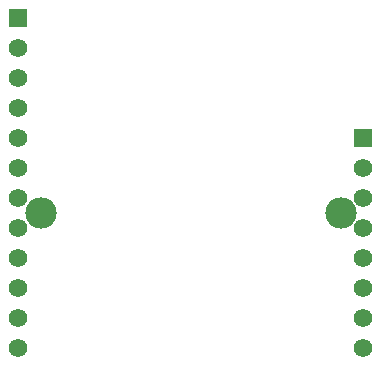
<source format=gbr>
%TF.GenerationSoftware,Altium Limited,Altium Designer,18.1.6 (161)*%
G04 Layer_Color=16711935*
%FSLAX26Y26*%
%MOIN*%
%TF.FileFunction,Soldermask,Bot*%
%TF.Part,Single*%
G01*
G75*
%TA.AperFunction,ComponentPad*%
%ADD16C,0.104724*%
%ADD17C,0.061299*%
%ADD18R,0.061299X0.061299*%
D16*
X125000Y500000D02*
D03*
X1125000D02*
D03*
D17*
X1200000Y350000D02*
D03*
Y450000D02*
D03*
Y550000D02*
D03*
Y650000D02*
D03*
Y250000D02*
D03*
Y150000D02*
D03*
Y50000D02*
D03*
X49998Y250002D02*
D03*
Y350002D02*
D03*
Y450002D02*
D03*
Y550002D02*
D03*
Y650002D02*
D03*
Y1050002D02*
D03*
Y950002D02*
D03*
Y850002D02*
D03*
Y750002D02*
D03*
X50002Y149998D02*
D03*
Y49998D02*
D03*
D18*
X1200000Y750000D02*
D03*
X49998Y1150002D02*
D03*
%TF.MD5,f00c28346c1ec9490c7a735f20aab2fe*%
M02*

</source>
